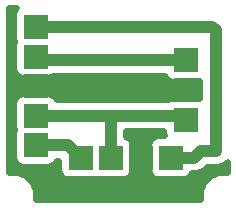
<source format=gbr>
G04 #@! TF.GenerationSoftware,KiCad,Pcbnew,5.0.2-bee76a0~70~ubuntu18.10.1*
G04 #@! TF.CreationDate,2019-01-10T18:28:36+01:00*
G04 #@! TF.ProjectId,gun_ir_receiver,67756e5f-6972-45f7-9265-636569766572,rev?*
G04 #@! TF.SameCoordinates,PX69fa208PY6e37550*
G04 #@! TF.FileFunction,Copper,L1,Top*
G04 #@! TF.FilePolarity,Positive*
%FSLAX46Y46*%
G04 Gerber Fmt 4.6, Leading zero omitted, Abs format (unit mm)*
G04 Created by KiCad (PCBNEW 5.0.2-bee76a0~70~ubuntu18.10.1) date Do 10 Jan 2019 18:28:36 CET*
%MOMM*%
%LPD*%
G01*
G04 APERTURE LIST*
G04 #@! TA.AperFunction,ComponentPad*
%ADD10R,2.000000X2.000000*%
G04 #@! TD*
G04 #@! TA.AperFunction,Conductor*
%ADD11C,1.000000*%
G04 #@! TD*
G04 #@! TA.AperFunction,Conductor*
%ADD12C,0.544000*%
G04 #@! TD*
G04 APERTURE END LIST*
D10*
G04 #@! TO.P,LEDPL9823,1*
G04 #@! TO.N,/LedIn*
X6985000Y4445000D03*
G04 #@! TO.P,LEDPL9823,2*
G04 #@! TO.N,+5V*
X9525000Y4445000D03*
G04 #@! TO.P,LEDPL9823,3*
G04 #@! TO.N,GND*
X12065000Y4445000D03*
G04 #@! TO.P,LEDPL9823,4*
G04 #@! TO.N,/LedOut*
X14605000Y4445000D03*
G04 #@! TD*
G04 #@! TO.P,Connector1,1*
G04 #@! TO.N,/LedIn*
X3175000Y5522704D03*
G04 #@! TO.P,Connector1,2*
G04 #@! TO.N,+5V*
X3175000Y8022704D03*
G04 #@! TO.P,Connector1,3*
G04 #@! TO.N,GND*
X3175000Y10522704D03*
G04 #@! TO.P,Connector1,4*
G04 #@! TO.N,/IrData*
X3175000Y13022704D03*
G04 #@! TO.P,Connector1,5*
G04 #@! TO.N,/LedOut*
X3175000Y15522704D03*
G04 #@! TD*
G04 #@! TO.P,IrReceiver1,1*
G04 #@! TO.N,/IrData*
X15875000Y12700000D03*
G04 #@! TO.P,IrReceiver1,2*
G04 #@! TO.N,GND*
X15875000Y10160000D03*
G04 #@! TO.P,IrReceiver1,3*
G04 #@! TO.N,+5V*
X15875000Y7620000D03*
G04 #@! TD*
D11*
G04 #@! TO.N,/IrData*
X3497704Y12700000D02*
X3175000Y13022704D01*
X15875000Y12700000D02*
X3497704Y12700000D01*
G04 #@! TO.N,+5V*
X15472296Y8022704D02*
X15875000Y7620000D01*
X3175000Y8022704D02*
X15472296Y8022704D01*
X9525000Y4445000D02*
X9525000Y7620000D01*
G04 #@! TO.N,/LedOut*
X18415000Y4985000D02*
X18415000Y15240000D01*
X18132296Y15522704D02*
X3175000Y15522704D01*
X18415000Y15240000D02*
X18132296Y15522704D01*
X17145000Y4985000D02*
X18415000Y4985000D01*
X16605000Y4445000D02*
X17145000Y4985000D01*
X14605000Y4445000D02*
X16605000Y4445000D01*
G04 #@! TO.N,/LedIn*
X5907296Y5522704D02*
X6985000Y4445000D01*
X3175000Y5522704D02*
X5907296Y5522704D01*
G04 #@! TD*
D12*
G04 #@! TO.N,GND*
G36*
X1586697Y17111007D02*
X1406345Y16841091D01*
X1343014Y16522704D01*
X1343014Y14522704D01*
X1392742Y14272704D01*
X1343014Y14022704D01*
X1343014Y12022704D01*
X1406345Y11704317D01*
X1586697Y11434401D01*
X1856613Y11254049D01*
X2175000Y11190718D01*
X4175000Y11190718D01*
X4493387Y11254049D01*
X4687873Y11384000D01*
X14105870Y11384000D01*
X14106345Y11381613D01*
X14286697Y11111697D01*
X14556613Y10931345D01*
X14875000Y10868014D01*
X16875000Y10868014D01*
X17099001Y10912570D01*
X17099000Y9407430D01*
X16875000Y9451986D01*
X14875000Y9451986D01*
X14556613Y9388655D01*
X14481856Y9338704D01*
X4944130Y9338704D01*
X4943655Y9341091D01*
X4763303Y9611007D01*
X4493387Y9791359D01*
X4175000Y9854690D01*
X2175000Y9854690D01*
X1856613Y9791359D01*
X1586697Y9611007D01*
X1406345Y9341091D01*
X1343014Y9022704D01*
X1343014Y7022704D01*
X1392742Y6772704D01*
X1343014Y6522704D01*
X1343014Y4522704D01*
X1406345Y4204317D01*
X1586697Y3934401D01*
X1856613Y3754049D01*
X2175000Y3690718D01*
X4175000Y3690718D01*
X4493387Y3754049D01*
X4763303Y3934401D01*
X4943655Y4204317D01*
X4944130Y4206704D01*
X5153014Y4206704D01*
X5153014Y3445000D01*
X5216345Y3126613D01*
X5396697Y2856697D01*
X5666613Y2676345D01*
X5985000Y2613014D01*
X7985000Y2613014D01*
X8255000Y2666720D01*
X8525000Y2613014D01*
X10525000Y2613014D01*
X10843387Y2676345D01*
X11113303Y2856697D01*
X11293655Y3126613D01*
X11356986Y3445000D01*
X11356986Y5445000D01*
X11293655Y5763387D01*
X11113303Y6033303D01*
X10843387Y6213655D01*
X10841000Y6214130D01*
X10841000Y6706704D01*
X14043014Y6706704D01*
X14043014Y6620000D01*
X14106345Y6301613D01*
X14122800Y6276986D01*
X13605000Y6276986D01*
X13286613Y6213655D01*
X13016697Y6033303D01*
X12836345Y5763387D01*
X12773014Y5445000D01*
X12773014Y3445000D01*
X12836345Y3126613D01*
X13016697Y2856697D01*
X13286613Y2676345D01*
X13605000Y2613014D01*
X15605000Y2613014D01*
X15923387Y2676345D01*
X16193303Y2856697D01*
X16373655Y3126613D01*
X16374130Y3129000D01*
X16475395Y3129000D01*
X16605000Y3103220D01*
X16734605Y3129000D01*
X16734610Y3129000D01*
X17118477Y3205356D01*
X17553782Y3496218D01*
X17627201Y3606097D01*
X17690104Y3669000D01*
X18285390Y3669000D01*
X18415000Y3643219D01*
X18544609Y3669000D01*
X18544610Y3669000D01*
X18928477Y3745356D01*
X19363782Y4036218D01*
X19429000Y4133824D01*
X19429000Y3186000D01*
X18668884Y3186000D01*
X17964673Y2894307D01*
X17425693Y2355327D01*
X17134000Y1651116D01*
X17134000Y891000D01*
X3186000Y891000D01*
X3186000Y1651116D01*
X2894307Y2355327D01*
X2355327Y2894307D01*
X1651116Y3186000D01*
X891000Y3186000D01*
X891000Y17134000D01*
X1621108Y17134000D01*
X1586697Y17111007D01*
X1586697Y17111007D01*
G37*
X1586697Y17111007D02*
X1406345Y16841091D01*
X1343014Y16522704D01*
X1343014Y14522704D01*
X1392742Y14272704D01*
X1343014Y14022704D01*
X1343014Y12022704D01*
X1406345Y11704317D01*
X1586697Y11434401D01*
X1856613Y11254049D01*
X2175000Y11190718D01*
X4175000Y11190718D01*
X4493387Y11254049D01*
X4687873Y11384000D01*
X14105870Y11384000D01*
X14106345Y11381613D01*
X14286697Y11111697D01*
X14556613Y10931345D01*
X14875000Y10868014D01*
X16875000Y10868014D01*
X17099001Y10912570D01*
X17099000Y9407430D01*
X16875000Y9451986D01*
X14875000Y9451986D01*
X14556613Y9388655D01*
X14481856Y9338704D01*
X4944130Y9338704D01*
X4943655Y9341091D01*
X4763303Y9611007D01*
X4493387Y9791359D01*
X4175000Y9854690D01*
X2175000Y9854690D01*
X1856613Y9791359D01*
X1586697Y9611007D01*
X1406345Y9341091D01*
X1343014Y9022704D01*
X1343014Y7022704D01*
X1392742Y6772704D01*
X1343014Y6522704D01*
X1343014Y4522704D01*
X1406345Y4204317D01*
X1586697Y3934401D01*
X1856613Y3754049D01*
X2175000Y3690718D01*
X4175000Y3690718D01*
X4493387Y3754049D01*
X4763303Y3934401D01*
X4943655Y4204317D01*
X4944130Y4206704D01*
X5153014Y4206704D01*
X5153014Y3445000D01*
X5216345Y3126613D01*
X5396697Y2856697D01*
X5666613Y2676345D01*
X5985000Y2613014D01*
X7985000Y2613014D01*
X8255000Y2666720D01*
X8525000Y2613014D01*
X10525000Y2613014D01*
X10843387Y2676345D01*
X11113303Y2856697D01*
X11293655Y3126613D01*
X11356986Y3445000D01*
X11356986Y5445000D01*
X11293655Y5763387D01*
X11113303Y6033303D01*
X10843387Y6213655D01*
X10841000Y6214130D01*
X10841000Y6706704D01*
X14043014Y6706704D01*
X14043014Y6620000D01*
X14106345Y6301613D01*
X14122800Y6276986D01*
X13605000Y6276986D01*
X13286613Y6213655D01*
X13016697Y6033303D01*
X12836345Y5763387D01*
X12773014Y5445000D01*
X12773014Y3445000D01*
X12836345Y3126613D01*
X13016697Y2856697D01*
X13286613Y2676345D01*
X13605000Y2613014D01*
X15605000Y2613014D01*
X15923387Y2676345D01*
X16193303Y2856697D01*
X16373655Y3126613D01*
X16374130Y3129000D01*
X16475395Y3129000D01*
X16605000Y3103220D01*
X16734605Y3129000D01*
X16734610Y3129000D01*
X17118477Y3205356D01*
X17553782Y3496218D01*
X17627201Y3606097D01*
X17690104Y3669000D01*
X18285390Y3669000D01*
X18415000Y3643219D01*
X18544609Y3669000D01*
X18544610Y3669000D01*
X18928477Y3745356D01*
X19363782Y4036218D01*
X19429000Y4133824D01*
X19429000Y3186000D01*
X18668884Y3186000D01*
X17964673Y2894307D01*
X17425693Y2355327D01*
X17134000Y1651116D01*
X17134000Y891000D01*
X3186000Y891000D01*
X3186000Y1651116D01*
X2894307Y2355327D01*
X2355327Y2894307D01*
X1651116Y3186000D01*
X891000Y3186000D01*
X891000Y17134000D01*
X1621108Y17134000D01*
X1586697Y17111007D01*
G04 #@! TD*
M02*

</source>
